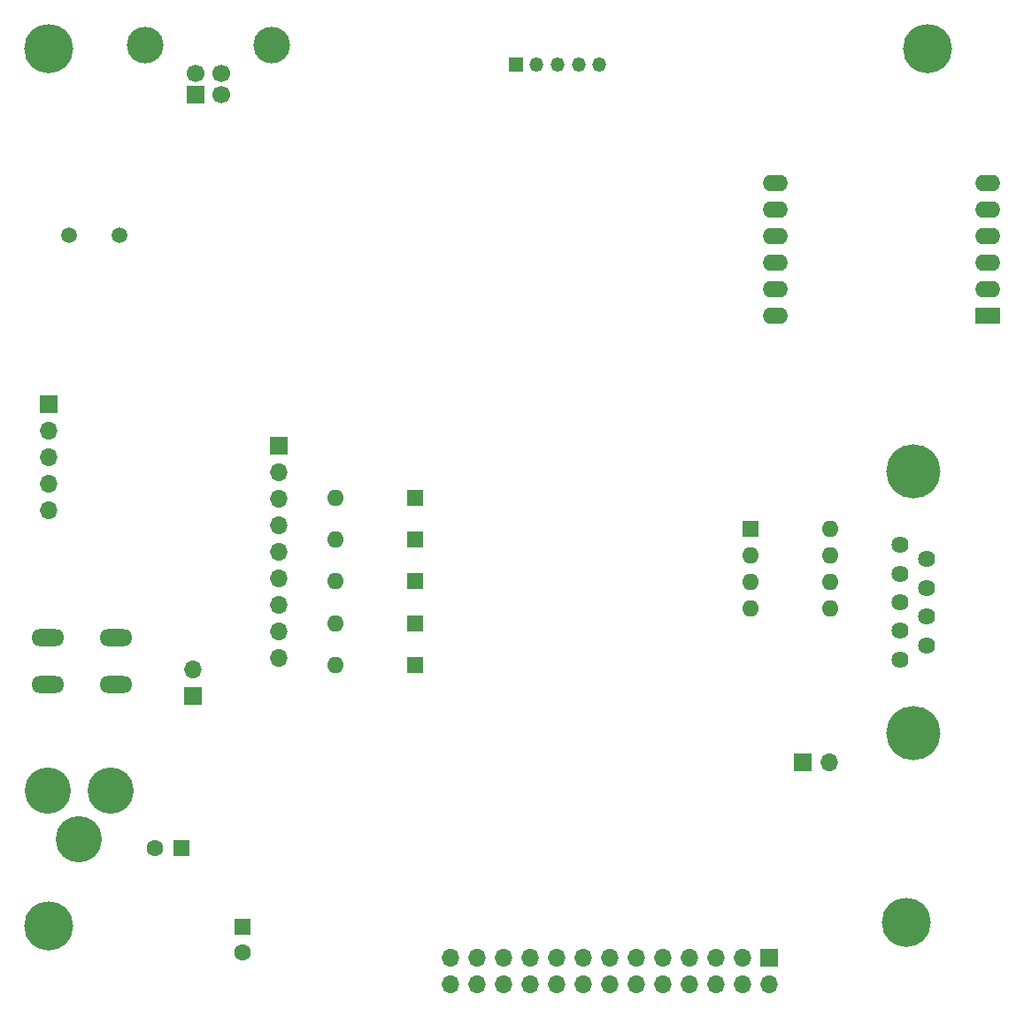
<source format=gbs>
G04 #@! TF.GenerationSoftware,KiCad,Pcbnew,8.0.6*
G04 #@! TF.CreationDate,2025-01-18T11:31:26-05:00*
G04 #@! TF.ProjectId,RL78_F14_48p_Rev2,524c3738-5f46-4313-945f-3438705f5265,rev?*
G04 #@! TF.SameCoordinates,Original*
G04 #@! TF.FileFunction,Soldermask,Bot*
G04 #@! TF.FilePolarity,Negative*
%FSLAX46Y46*%
G04 Gerber Fmt 4.6, Leading zero omitted, Abs format (unit mm)*
G04 Created by KiCad (PCBNEW 8.0.6) date 2025-01-18 11:31:26*
%MOMM*%
%LPD*%
G01*
G04 APERTURE LIST*
%ADD10C,4.700000*%
%ADD11C,4.419600*%
%ADD12R,1.600000X1.600000*%
%ADD13O,1.600000X1.600000*%
%ADD14C,1.500000*%
%ADD15C,1.600000*%
%ADD16R,1.700000X1.700000*%
%ADD17O,1.700000X1.700000*%
%ADD18C,1.700000*%
%ADD19C,3.500000*%
%ADD20R,2.400000X1.600000*%
%ADD21O,2.400000X1.600000*%
%ADD22R,1.350000X1.350000*%
%ADD23O,1.350000X1.350000*%
%ADD24O,3.149600X1.625600*%
%ADD25C,1.625600*%
%ADD26C,5.181600*%
G04 APERTURE END LIST*
D10*
X78000000Y-73000000D03*
X162000000Y-73000000D03*
X78000000Y-157000000D03*
X159997000Y-156643000D03*
D11*
X77850000Y-144000000D03*
X80850000Y-148700000D03*
X83850000Y-144000000D03*
D12*
X113000000Y-132000000D03*
D13*
X105380000Y-132000000D03*
D14*
X79895000Y-90900000D03*
X84775000Y-90900000D03*
D12*
X96465000Y-157050000D03*
D15*
X96465000Y-159550000D03*
D12*
X113000000Y-120000000D03*
D13*
X105380000Y-120000000D03*
D16*
X100000000Y-111000000D03*
D17*
X100000000Y-113540000D03*
X100000000Y-116080000D03*
X100000000Y-118620000D03*
X100000000Y-121160000D03*
X100000000Y-123700000D03*
X100000000Y-126240000D03*
X100000000Y-128780000D03*
X100000000Y-131320000D03*
D12*
X90650000Y-149575000D03*
D15*
X88150000Y-149575000D03*
D12*
X113000000Y-124000000D03*
D13*
X105380000Y-124000000D03*
D12*
X145100000Y-118950000D03*
D13*
X145100000Y-121490000D03*
X145100000Y-124030000D03*
X145100000Y-126570000D03*
X152720000Y-126570000D03*
X152720000Y-124030000D03*
X152720000Y-121490000D03*
X152720000Y-118950000D03*
D16*
X92000000Y-77380000D03*
D18*
X94500000Y-77380000D03*
X94500000Y-75380000D03*
X92000000Y-75380000D03*
D19*
X87230000Y-72670000D03*
X99270000Y-72670000D03*
D20*
X167790000Y-98600000D03*
D21*
X167790000Y-96060000D03*
X167790000Y-93520000D03*
X167790000Y-90980000D03*
X167790000Y-88440000D03*
X167790000Y-85900000D03*
X147470000Y-85900000D03*
X147470000Y-88440000D03*
X147470000Y-90980000D03*
X147470000Y-93520000D03*
X147470000Y-96060000D03*
X147470000Y-98600000D03*
D12*
X113000000Y-128000000D03*
D13*
X105380000Y-128000000D03*
D22*
X122650000Y-74500000D03*
D23*
X124650000Y-74500000D03*
X126650000Y-74500000D03*
X128650000Y-74500000D03*
X130650000Y-74500000D03*
D12*
X113000000Y-116000000D03*
D13*
X105380000Y-116000000D03*
D16*
X150075000Y-141300000D03*
D17*
X152615000Y-141300000D03*
D16*
X78000000Y-107000000D03*
D17*
X78000000Y-109540000D03*
X78000000Y-112080000D03*
X78000000Y-114620000D03*
X78000000Y-117160000D03*
D24*
X77898800Y-129389400D03*
X84401200Y-129389400D03*
X77898800Y-133910600D03*
X84401200Y-133910600D03*
D25*
X159430000Y-120513600D03*
X159430000Y-123256800D03*
X159430000Y-126000000D03*
X159430000Y-128743200D03*
X159430000Y-131486400D03*
X161970000Y-121885200D03*
X161970000Y-124628400D03*
X161970000Y-127371600D03*
X161970000Y-130114800D03*
D26*
X160700000Y-113477800D03*
X160700000Y-138522200D03*
D16*
X91750000Y-134990000D03*
D17*
X91750000Y-132450000D03*
D16*
X146910000Y-160000000D03*
D17*
X146910000Y-162540000D03*
X144370000Y-160000000D03*
X144370000Y-162540000D03*
X141830000Y-160000000D03*
X141830000Y-162540000D03*
X139290000Y-160000000D03*
X139290000Y-162540000D03*
X136750000Y-160000000D03*
X136750000Y-162540000D03*
X134210000Y-160000000D03*
X134210000Y-162540000D03*
X131670000Y-160000000D03*
X131670000Y-162540000D03*
X129130000Y-160000000D03*
X129130000Y-162540000D03*
X126590000Y-160000000D03*
X126590000Y-162540000D03*
X124050000Y-160000000D03*
X124050000Y-162540000D03*
X121510000Y-160000000D03*
X121510000Y-162540000D03*
X118970000Y-160000000D03*
X118970000Y-162540000D03*
X116430000Y-160000000D03*
X116430000Y-162540000D03*
M02*

</source>
